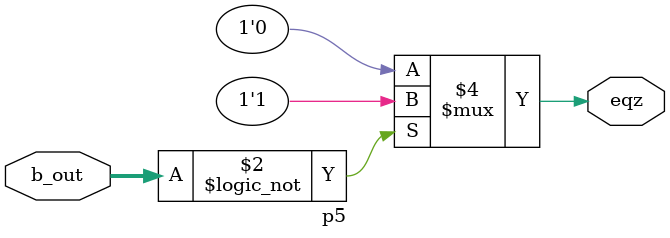
<source format=sv>



`timescale 1ns / 1ps

module data_path(eqz, ldA, ldB, clrs, ldS, decB, clk, data_in);
    output eqz;
    input ldA, ldB, clrs, ldS, decB, clk;
    input [7:0] data_in;

    wire x, y, z;
    wire [7:0] b_out;

    p1 a (x, data_in, ldA, clk);
    p2 b (y, clrs, ldS, clk, z);
    p3 c (z, x, y);
    p4 d (b_out, data_in, ldB, decB, clk);
    p5 e (eqz, b_out);
endmodule

module p1 (x, data_in, ldA, clk);
    output reg [7:0] x;
    input [7:0] data_in;
    input ldA, clk;

    always@(posedge clk)
        if (ldA == 1)
            x <= data_in;
endmodule

module p2(y, clrs, ldS, clk, z);
    output reg [7:0] y;
    input clrs, ldS, clk;
    input [7:0] z;

    always@(posedge clk)
        if (clrs == 1)
            y <= 0;
        else if (ldS == 1)
            y <= z;
endmodule

module p3(z, x, y);
    output reg [7:0] z;
    input [7:0] x, y;

    always@(*)
        z = x + y;
endmodule

module p4(b_out, data_in, ldB, decB, clk);
    output reg [7:0] b_out;
    input [7:0] data_in;
    input ldB, decB, clk;

    always@(posedge clk)
        if (ldB == 1)
            b_out = data_in;
        else if (decB == 1)
            b_out <= b_out - 1;
endmodule

module p5(eqz, b_out);
    output reg eqz;
    input [7:0] b_out;

    always@(*)
        if (b_out == 0)
            eqz <= 1;
        else
            eqz <= 0;
endmodule

</source>
